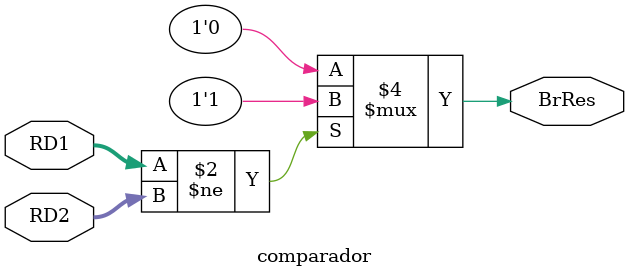
<source format=v>
`timescale 1ns / 1ps
/*
Funcionalidad: Comparar dos registros e indicar si no son iguales
Entradas: 
RD1: registro 1
RD2: registro 2

Salida:
BrRes: Indica si no son iguales 

Razón de uso:
Se desarrolló este comparador fuera de la ALU con el fin de ejecutar la suma
de PC + imm de manera parela
*/
//////////////////////////////////////////////////////////////////////////////////
module comparador(
    input [31:0] RD1,
    input [31:0] RD2,
    output reg BrRes
    );
	 
	 //Se determina si el registro 1 no es igual al registro 2
	 always @(*)
      if (RD1 != RD2)
         BrRes <= 1'b1; //BrRes se establece en 1 si no iguales
      else
         BrRes <= 1'b0; ////BrRes se establece en 0 si  iguales
endmodule


</source>
